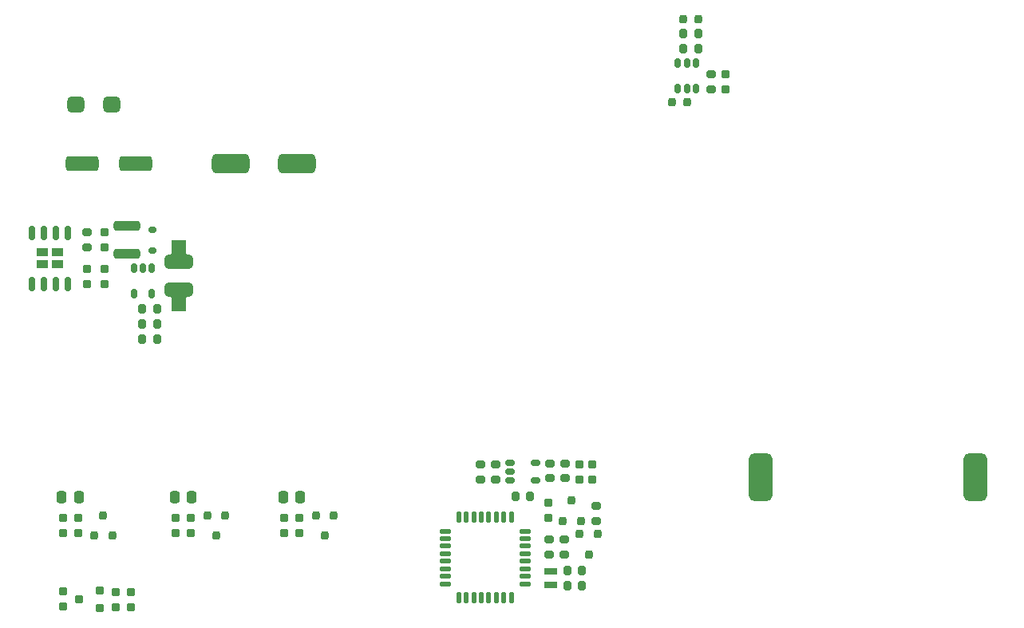
<source format=gtp>
G04*
G04 #@! TF.GenerationSoftware,Altium Limited,Altium Designer,20.1.12 (249)*
G04*
G04 Layer_Color=7318015*
%FSLAX25Y25*%
%MOIN*%
G70*
G04*
G04 #@! TF.SameCoordinates,C4CC0BF0-E6DD-44FB-9A39-080FDBB56C97*
G04*
G04*
G04 #@! TF.FilePolarity,Positive*
G04*
G01*
G75*
%ADD10R,0.05118X0.03740*%
G04:AMPARAMS|DCode=11|XSize=47.24mil|YSize=19.68mil|CornerRadius=4.92mil|HoleSize=0mil|Usage=FLASHONLY|Rotation=90.000|XOffset=0mil|YOffset=0mil|HoleType=Round|Shape=RoundedRectangle|*
%AMROUNDEDRECTD11*
21,1,0.04724,0.00984,0,0,90.0*
21,1,0.03740,0.01968,0,0,90.0*
1,1,0.00984,0.00492,0.01870*
1,1,0.00984,0.00492,-0.01870*
1,1,0.00984,-0.00492,-0.01870*
1,1,0.00984,-0.00492,0.01870*
%
%ADD11ROUNDEDRECTD11*%
G04:AMPARAMS|DCode=12|XSize=47.24mil|YSize=19.68mil|CornerRadius=4.92mil|HoleSize=0mil|Usage=FLASHONLY|Rotation=180.000|XOffset=0mil|YOffset=0mil|HoleType=Round|Shape=RoundedRectangle|*
%AMROUNDEDRECTD12*
21,1,0.04724,0.00984,0,0,180.0*
21,1,0.03740,0.01968,0,0,180.0*
1,1,0.00984,-0.01870,0.00492*
1,1,0.00984,0.01870,0.00492*
1,1,0.00984,0.01870,-0.00492*
1,1,0.00984,-0.01870,-0.00492*
%
%ADD12ROUNDEDRECTD12*%
G04:AMPARAMS|DCode=13|XSize=35.43mil|YSize=31.5mil|CornerRadius=7.87mil|HoleSize=0mil|Usage=FLASHONLY|Rotation=270.000|XOffset=0mil|YOffset=0mil|HoleType=Round|Shape=RoundedRectangle|*
%AMROUNDEDRECTD13*
21,1,0.03543,0.01575,0,0,270.0*
21,1,0.01968,0.03150,0,0,270.0*
1,1,0.01575,-0.00787,-0.00984*
1,1,0.01575,-0.00787,0.00984*
1,1,0.01575,0.00787,0.00984*
1,1,0.01575,0.00787,-0.00984*
%
%ADD13ROUNDEDRECTD13*%
G04:AMPARAMS|DCode=14|XSize=100mil|YSize=200mil|CornerRadius=25mil|HoleSize=0mil|Usage=FLASHONLY|Rotation=180.000|XOffset=0mil|YOffset=0mil|HoleType=Round|Shape=RoundedRectangle|*
%AMROUNDEDRECTD14*
21,1,0.10000,0.15000,0,0,180.0*
21,1,0.05000,0.20000,0,0,180.0*
1,1,0.05000,-0.02500,0.07500*
1,1,0.05000,0.02500,0.07500*
1,1,0.05000,0.02500,-0.07500*
1,1,0.05000,-0.02500,-0.07500*
%
%ADD14ROUNDEDRECTD14*%
G04:AMPARAMS|DCode=15|XSize=23.62mil|YSize=39.37mil|CornerRadius=5.91mil|HoleSize=0mil|Usage=FLASHONLY|Rotation=90.000|XOffset=0mil|YOffset=0mil|HoleType=Round|Shape=RoundedRectangle|*
%AMROUNDEDRECTD15*
21,1,0.02362,0.02756,0,0,90.0*
21,1,0.01181,0.03937,0,0,90.0*
1,1,0.01181,0.01378,0.00591*
1,1,0.01181,0.01378,-0.00591*
1,1,0.01181,-0.01378,-0.00591*
1,1,0.01181,-0.01378,0.00591*
%
%ADD15ROUNDEDRECTD15*%
G04:AMPARAMS|DCode=16|XSize=35.43mil|YSize=31.5mil|CornerRadius=7.87mil|HoleSize=0mil|Usage=FLASHONLY|Rotation=0.000|XOffset=0mil|YOffset=0mil|HoleType=Round|Shape=RoundedRectangle|*
%AMROUNDEDRECTD16*
21,1,0.03543,0.01575,0,0,0.0*
21,1,0.01968,0.03150,0,0,0.0*
1,1,0.01575,0.00984,-0.00787*
1,1,0.01575,-0.00984,-0.00787*
1,1,0.01575,-0.00984,0.00787*
1,1,0.01575,0.00984,0.00787*
%
%ADD16ROUNDEDRECTD16*%
G04:AMPARAMS|DCode=17|XSize=39.37mil|YSize=31.5mil|CornerRadius=7.87mil|HoleSize=0mil|Usage=FLASHONLY|Rotation=0.000|XOffset=0mil|YOffset=0mil|HoleType=Round|Shape=RoundedRectangle|*
%AMROUNDEDRECTD17*
21,1,0.03937,0.01575,0,0,0.0*
21,1,0.02362,0.03150,0,0,0.0*
1,1,0.01575,0.01181,-0.00787*
1,1,0.01575,-0.01181,-0.00787*
1,1,0.01575,-0.01181,0.00787*
1,1,0.01575,0.01181,0.00787*
%
%ADD17ROUNDEDRECTD17*%
G04:AMPARAMS|DCode=18|XSize=39.37mil|YSize=31.5mil|CornerRadius=7.87mil|HoleSize=0mil|Usage=FLASHONLY|Rotation=90.000|XOffset=0mil|YOffset=0mil|HoleType=Round|Shape=RoundedRectangle|*
%AMROUNDEDRECTD18*
21,1,0.03937,0.01575,0,0,90.0*
21,1,0.02362,0.03150,0,0,90.0*
1,1,0.01575,0.00787,0.01181*
1,1,0.01575,0.00787,-0.01181*
1,1,0.01575,-0.00787,-0.01181*
1,1,0.01575,-0.00787,0.01181*
%
%ADD18ROUNDEDRECTD18*%
G04:AMPARAMS|DCode=19|XSize=31.5mil|YSize=27.56mil|CornerRadius=6.89mil|HoleSize=0mil|Usage=FLASHONLY|Rotation=0.000|XOffset=0mil|YOffset=0mil|HoleType=Round|Shape=RoundedRectangle|*
%AMROUNDEDRECTD19*
21,1,0.03150,0.01378,0,0,0.0*
21,1,0.01772,0.02756,0,0,0.0*
1,1,0.01378,0.00886,-0.00689*
1,1,0.01378,-0.00886,-0.00689*
1,1,0.01378,-0.00886,0.00689*
1,1,0.01378,0.00886,0.00689*
%
%ADD19ROUNDEDRECTD19*%
G04:AMPARAMS|DCode=20|XSize=118.11mil|YSize=59.06mil|CornerRadius=14.76mil|HoleSize=0mil|Usage=FLASHONLY|Rotation=180.000|XOffset=0mil|YOffset=0mil|HoleType=Round|Shape=RoundedRectangle|*
%AMROUNDEDRECTD20*
21,1,0.11811,0.02953,0,0,180.0*
21,1,0.08858,0.05906,0,0,180.0*
1,1,0.02953,-0.04429,0.01476*
1,1,0.02953,0.04429,0.01476*
1,1,0.02953,0.04429,-0.01476*
1,1,0.02953,-0.04429,-0.01476*
%
%ADD20ROUNDEDRECTD20*%
G04:AMPARAMS|DCode=21|XSize=31.5mil|YSize=35.43mil|CornerRadius=7.87mil|HoleSize=0mil|Usage=FLASHONLY|Rotation=270.000|XOffset=0mil|YOffset=0mil|HoleType=Round|Shape=RoundedRectangle|*
%AMROUNDEDRECTD21*
21,1,0.03150,0.01968,0,0,270.0*
21,1,0.01575,0.03543,0,0,270.0*
1,1,0.01575,-0.00984,-0.00787*
1,1,0.01575,-0.00984,0.00787*
1,1,0.01575,0.00984,0.00787*
1,1,0.01575,0.00984,-0.00787*
%
%ADD21ROUNDEDRECTD21*%
G04:AMPARAMS|DCode=22|XSize=23.62mil|YSize=59.06mil|CornerRadius=5.91mil|HoleSize=0mil|Usage=FLASHONLY|Rotation=180.000|XOffset=0mil|YOffset=0mil|HoleType=Round|Shape=RoundedRectangle|*
%AMROUNDEDRECTD22*
21,1,0.02362,0.04724,0,0,180.0*
21,1,0.01181,0.05906,0,0,180.0*
1,1,0.01181,-0.00591,0.02362*
1,1,0.01181,0.00591,0.02362*
1,1,0.01181,0.00591,-0.02362*
1,1,0.01181,-0.00591,-0.02362*
%
%ADD22ROUNDEDRECTD22*%
G04:AMPARAMS|DCode=23|XSize=110.24mil|YSize=39.37mil|CornerRadius=9.84mil|HoleSize=0mil|Usage=FLASHONLY|Rotation=180.000|XOffset=0mil|YOffset=0mil|HoleType=Round|Shape=RoundedRectangle|*
%AMROUNDEDRECTD23*
21,1,0.11024,0.01968,0,0,180.0*
21,1,0.09055,0.03937,0,0,180.0*
1,1,0.01968,-0.04528,0.00984*
1,1,0.01968,0.04528,0.00984*
1,1,0.01968,0.04528,-0.00984*
1,1,0.01968,-0.04528,-0.00984*
%
%ADD23ROUNDEDRECTD23*%
G04:AMPARAMS|DCode=24|XSize=23.62mil|YSize=39.37mil|CornerRadius=5.91mil|HoleSize=0mil|Usage=FLASHONLY|Rotation=0.000|XOffset=0mil|YOffset=0mil|HoleType=Round|Shape=RoundedRectangle|*
%AMROUNDEDRECTD24*
21,1,0.02362,0.02756,0,0,0.0*
21,1,0.01181,0.03937,0,0,0.0*
1,1,0.01181,0.00591,-0.01378*
1,1,0.01181,-0.00591,-0.01378*
1,1,0.01181,-0.00591,0.01378*
1,1,0.01181,0.00591,0.01378*
%
%ADD24ROUNDEDRECTD24*%
G04:AMPARAMS|DCode=25|XSize=31.5mil|YSize=35.43mil|CornerRadius=7.87mil|HoleSize=0mil|Usage=FLASHONLY|Rotation=180.000|XOffset=0mil|YOffset=0mil|HoleType=Round|Shape=RoundedRectangle|*
%AMROUNDEDRECTD25*
21,1,0.03150,0.01968,0,0,180.0*
21,1,0.01575,0.03543,0,0,180.0*
1,1,0.01575,-0.00787,0.00984*
1,1,0.01575,0.00787,0.00984*
1,1,0.01575,0.00787,-0.00984*
1,1,0.01575,-0.00787,-0.00984*
%
%ADD25ROUNDEDRECTD25*%
G04:AMPARAMS|DCode=26|XSize=29.53mil|YSize=55.12mil|CornerRadius=7.38mil|HoleSize=0mil|Usage=FLASHONLY|Rotation=90.000|XOffset=0mil|YOffset=0mil|HoleType=Round|Shape=RoundedRectangle|*
%AMROUNDEDRECTD26*
21,1,0.02953,0.04035,0,0,90.0*
21,1,0.01476,0.05512,0,0,90.0*
1,1,0.01476,0.02018,0.00738*
1,1,0.01476,0.02018,-0.00738*
1,1,0.01476,-0.02018,-0.00738*
1,1,0.01476,-0.02018,0.00738*
%
%ADD26ROUNDEDRECTD26*%
G04:AMPARAMS|DCode=27|XSize=51.18mil|YSize=39.37mil|CornerRadius=9.84mil|HoleSize=0mil|Usage=FLASHONLY|Rotation=270.000|XOffset=0mil|YOffset=0mil|HoleType=Round|Shape=RoundedRectangle|*
%AMROUNDEDRECTD27*
21,1,0.05118,0.01968,0,0,270.0*
21,1,0.03150,0.03937,0,0,270.0*
1,1,0.01968,-0.00984,-0.01575*
1,1,0.01968,-0.00984,0.01575*
1,1,0.01968,0.00984,0.01575*
1,1,0.01968,0.00984,-0.01575*
%
%ADD27ROUNDEDRECTD27*%
G04:AMPARAMS|DCode=28|XSize=62.99mil|YSize=137.8mil|CornerRadius=15.75mil|HoleSize=0mil|Usage=FLASHONLY|Rotation=270.000|XOffset=0mil|YOffset=0mil|HoleType=Round|Shape=RoundedRectangle|*
%AMROUNDEDRECTD28*
21,1,0.06299,0.10630,0,0,270.0*
21,1,0.03150,0.13780,0,0,270.0*
1,1,0.03150,-0.05315,-0.01575*
1,1,0.03150,-0.05315,0.01575*
1,1,0.03150,0.05315,0.01575*
1,1,0.03150,0.05315,-0.01575*
%
%ADD28ROUNDEDRECTD28*%
G04:AMPARAMS|DCode=29|XSize=82.68mil|YSize=157.48mil|CornerRadius=20.67mil|HoleSize=0mil|Usage=FLASHONLY|Rotation=270.000|XOffset=0mil|YOffset=0mil|HoleType=Round|Shape=RoundedRectangle|*
%AMROUNDEDRECTD29*
21,1,0.08268,0.11614,0,0,270.0*
21,1,0.04134,0.15748,0,0,270.0*
1,1,0.04134,-0.05807,-0.02067*
1,1,0.04134,-0.05807,0.02067*
1,1,0.04134,0.05807,0.02067*
1,1,0.04134,0.05807,-0.02067*
%
%ADD29ROUNDEDRECTD29*%
G04:AMPARAMS|DCode=30|XSize=66.93mil|YSize=70.87mil|CornerRadius=16.73mil|HoleSize=0mil|Usage=FLASHONLY|Rotation=90.000|XOffset=0mil|YOffset=0mil|HoleType=Round|Shape=RoundedRectangle|*
%AMROUNDEDRECTD30*
21,1,0.06693,0.03740,0,0,90.0*
21,1,0.03347,0.07087,0,0,90.0*
1,1,0.03346,0.01870,0.01673*
1,1,0.03346,0.01870,-0.01673*
1,1,0.03346,-0.01870,-0.01673*
1,1,0.03346,-0.01870,0.01673*
%
%ADD30ROUNDEDRECTD30*%
G36*
X91535Y182677D02*
X91535Y177362D01*
X85630Y177362D01*
X85630Y182677D01*
X84842Y183465D01*
X92323D01*
X91535Y182677D01*
D02*
G37*
G36*
X91536Y206890D02*
X91535Y201575D01*
X92323Y200787D01*
X84842D01*
X85630Y201575D01*
X85630Y206890D01*
X91536Y206890D01*
D02*
G37*
D10*
X37795Y196890D02*
D03*
X31495Y196890D02*
D03*
Y201812D02*
D03*
X37795D02*
D03*
D11*
X208662Y91142D02*
D03*
X224410D02*
D03*
X208662Y57678D02*
D03*
X224410D02*
D03*
X205512Y91142D02*
D03*
X214961D02*
D03*
X211811D02*
D03*
X221260D02*
D03*
X218111D02*
D03*
X227559D02*
D03*
X205512Y57678D02*
D03*
X211811D02*
D03*
X214961D02*
D03*
X218111D02*
D03*
X221260D02*
D03*
X227559D02*
D03*
D12*
X199803Y82284D02*
D03*
X233268D02*
D03*
X199803Y66536D02*
D03*
X233268D02*
D03*
X199803Y85433D02*
D03*
X233268D02*
D03*
X199803Y79134D02*
D03*
Y75985D02*
D03*
X233268D02*
D03*
Y79134D02*
D03*
X199803Y72835D02*
D03*
Y69685D02*
D03*
X233268D02*
D03*
Y72835D02*
D03*
X199803Y63386D02*
D03*
X233268D02*
D03*
D13*
X300787Y264567D02*
D03*
X294488D02*
D03*
X305512Y299213D02*
D03*
X299213D02*
D03*
D14*
X421260Y107874D02*
D03*
X331496D02*
D03*
D15*
X226969Y113976D02*
D03*
Y110236D02*
D03*
Y106496D02*
D03*
X237598D02*
D03*
Y113976D02*
D03*
D16*
X50394Y194882D02*
D03*
Y188583D02*
D03*
X57480Y194882D02*
D03*
Y188583D02*
D03*
Y210236D02*
D03*
Y203937D02*
D03*
X68504Y59842D02*
D03*
Y53543D02*
D03*
X62205D02*
D03*
Y59842D02*
D03*
X40157Y60236D02*
D03*
Y53937D02*
D03*
X261417Y113386D02*
D03*
Y107087D02*
D03*
X242913Y90945D02*
D03*
Y97244D02*
D03*
X255906Y113386D02*
D03*
Y107087D02*
D03*
X40157Y84646D02*
D03*
Y90945D02*
D03*
X46457Y84646D02*
D03*
Y90945D02*
D03*
X93701Y84646D02*
D03*
Y90945D02*
D03*
X87402Y84646D02*
D03*
Y90945D02*
D03*
X138976Y84646D02*
D03*
Y90945D02*
D03*
X132677Y84646D02*
D03*
Y90945D02*
D03*
X316929Y270079D02*
D03*
Y276378D02*
D03*
D17*
X50394Y203937D02*
D03*
Y210236D02*
D03*
X250000Y107480D02*
D03*
Y113779D02*
D03*
X243701Y107480D02*
D03*
Y113779D02*
D03*
X220866Y107087D02*
D03*
Y113386D02*
D03*
X214567Y107087D02*
D03*
Y113386D02*
D03*
X262992Y96063D02*
D03*
Y89764D02*
D03*
X243307Y81890D02*
D03*
Y75590D02*
D03*
X249606Y81890D02*
D03*
Y75590D02*
D03*
X311024Y276378D02*
D03*
Y270079D02*
D03*
D18*
X73228Y172047D02*
D03*
X79527D02*
D03*
X73228Y165748D02*
D03*
X79527D02*
D03*
Y178347D02*
D03*
X73228D02*
D03*
X229134Y100000D02*
D03*
X235433D02*
D03*
X257087Y68898D02*
D03*
X250787D02*
D03*
X257087Y62598D02*
D03*
X250787D02*
D03*
X299213Y293307D02*
D03*
X305512D02*
D03*
X299213Y287008D02*
D03*
X305512D02*
D03*
D19*
X77559Y211417D02*
D03*
Y202756D02*
D03*
D20*
X88583Y186221D02*
D03*
Y198031D02*
D03*
D21*
X46850Y56890D02*
D03*
X55512Y60630D02*
D03*
Y53150D02*
D03*
D22*
X42146Y209981D02*
D03*
X37146D02*
D03*
X32146D02*
D03*
X27146D02*
D03*
X42146Y188721D02*
D03*
X37146D02*
D03*
X32146D02*
D03*
X27146D02*
D03*
D23*
X66929Y201181D02*
D03*
Y212992D02*
D03*
D24*
X77362Y195276D02*
D03*
X73622D02*
D03*
X69882D02*
D03*
Y184646D02*
D03*
X77362D02*
D03*
X300787Y270276D02*
D03*
X304528D02*
D03*
X297047D02*
D03*
Y280906D02*
D03*
X300787D02*
D03*
X304528D02*
D03*
D25*
X249016Y89764D02*
D03*
X256496D02*
D03*
X252756Y98425D02*
D03*
X259843Y75591D02*
D03*
X256102Y84252D02*
D03*
X263583D02*
D03*
X57086Y92126D02*
D03*
X60827Y83464D02*
D03*
X53346D02*
D03*
X104331Y83465D02*
D03*
X100591Y92126D02*
D03*
X108071D02*
D03*
X149606Y83465D02*
D03*
X145866Y92126D02*
D03*
X153347D02*
D03*
D26*
X244094Y62894D02*
D03*
Y68602D02*
D03*
D27*
X46851Y99606D02*
D03*
X39764D02*
D03*
X94095Y99606D02*
D03*
X87008D02*
D03*
X139370Y99606D02*
D03*
X132284D02*
D03*
D28*
X48425Y238976D02*
D03*
X70472D02*
D03*
D29*
X110236D02*
D03*
X137795D02*
D03*
D30*
X60630Y263779D02*
D03*
X45669D02*
D03*
M02*

</source>
